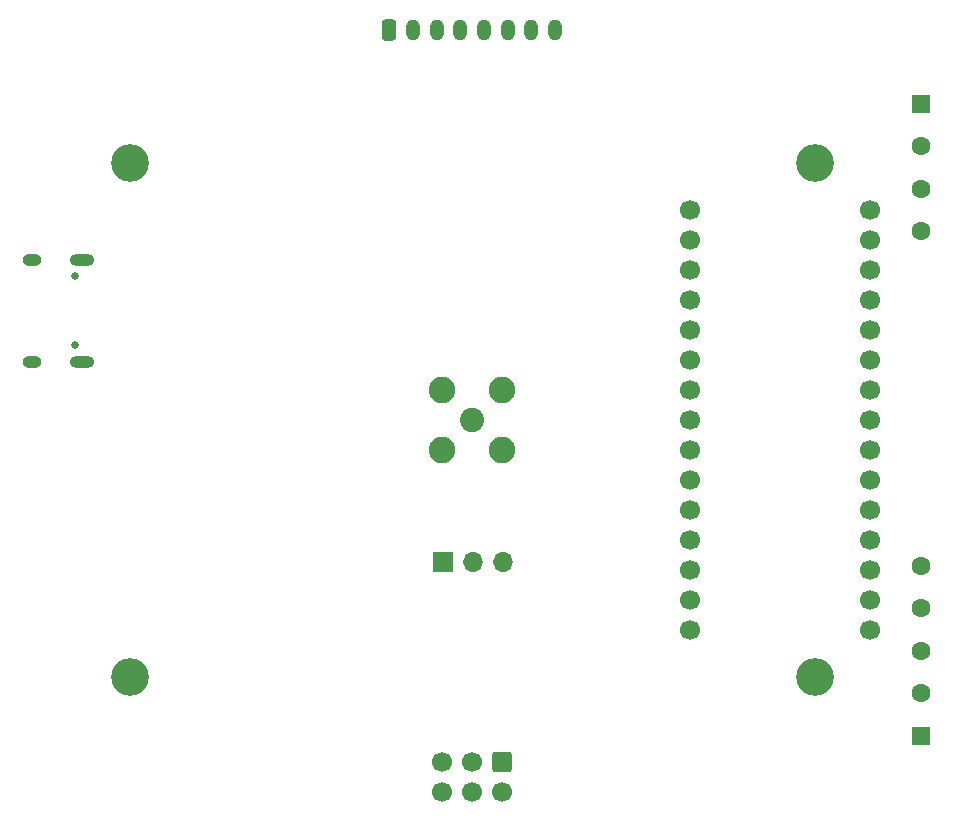
<source format=gbr>
%TF.GenerationSoftware,KiCad,Pcbnew,5.99.0-unknown-36d11f745e~142~ubuntu20.04.1*%
%TF.CreationDate,2021-10-28T09:57:53+02:00*%
%TF.ProjectId,Main_PCB_2,4d61696e-5f50-4434-925f-322e6b696361,rev?*%
%TF.SameCoordinates,Original*%
%TF.FileFunction,Soldermask,Bot*%
%TF.FilePolarity,Negative*%
%FSLAX46Y46*%
G04 Gerber Fmt 4.6, Leading zero omitted, Abs format (unit mm)*
G04 Created by KiCad (PCBNEW 5.99.0-unknown-36d11f745e~142~ubuntu20.04.1) date 2021-10-28 09:57:53*
%MOMM*%
%LPD*%
G01*
G04 APERTURE LIST*
G04 Aperture macros list*
%AMRoundRect*
0 Rectangle with rounded corners*
0 $1 Rounding radius*
0 $2 $3 $4 $5 $6 $7 $8 $9 X,Y pos of 4 corners*
0 Add a 4 corners polygon primitive as box body*
4,1,4,$2,$3,$4,$5,$6,$7,$8,$9,$2,$3,0*
0 Add four circle primitives for the rounded corners*
1,1,$1+$1,$2,$3*
1,1,$1+$1,$4,$5*
1,1,$1+$1,$6,$7*
1,1,$1+$1,$8,$9*
0 Add four rect primitives between the rounded corners*
20,1,$1+$1,$2,$3,$4,$5,0*
20,1,$1+$1,$4,$5,$6,$7,0*
20,1,$1+$1,$6,$7,$8,$9,0*
20,1,$1+$1,$8,$9,$2,$3,0*%
G04 Aperture macros list end*
%ADD10RoundRect,0.250000X-0.600000X0.600000X-0.600000X-0.600000X0.600000X-0.600000X0.600000X0.600000X0*%
%ADD11C,1.700000*%
%ADD12C,0.650000*%
%ADD13O,1.600000X1.000000*%
%ADD14O,2.100000X1.000000*%
%ADD15RoundRect,0.250000X-0.550000X0.550000X-0.550000X-0.550000X0.550000X-0.550000X0.550000X0.550000X0*%
%ADD16C,1.600000*%
%ADD17C,3.200000*%
%ADD18R,1.700000X1.700000*%
%ADD19O,1.700000X1.700000*%
%ADD20RoundRect,0.250000X0.550000X-0.550000X0.550000X0.550000X-0.550000X0.550000X-0.550000X-0.550000X0*%
%ADD21RoundRect,0.250000X-0.350000X-0.650000X0.350000X-0.650000X0.350000X0.650000X-0.350000X0.650000X0*%
%ADD22O,1.200000X1.800000*%
%ADD23C,2.050000*%
%ADD24C,2.250000*%
G04 APERTURE END LIST*
D10*
%TO.C,J2*%
X111500000Y-127000000D03*
D11*
X111500000Y-129540000D03*
X108960000Y-127000000D03*
X108960000Y-129540000D03*
X106420000Y-127000000D03*
X106420000Y-129540000D03*
%TD*%
D12*
%TO.C,J3*%
X75400000Y-91640000D03*
X75400000Y-85860000D03*
D13*
X71750000Y-84430000D03*
D14*
X75930000Y-84430000D03*
X75930000Y-93070000D03*
D13*
X71750000Y-93070000D03*
%TD*%
D11*
%TO.C,U6*%
X127450000Y-80220000D03*
X127450000Y-82760000D03*
X127450000Y-85300000D03*
X127450000Y-87840000D03*
X127450000Y-90380000D03*
X127450000Y-92920000D03*
X127450000Y-95460000D03*
X127450000Y-98000000D03*
X127450000Y-100540000D03*
X127450000Y-103080000D03*
X127450000Y-105620000D03*
X127450000Y-108160000D03*
X127450000Y-110700000D03*
X127450000Y-113240000D03*
X127450000Y-115780000D03*
X142690000Y-115780000D03*
X142690000Y-113240000D03*
X142690000Y-110700000D03*
X142690000Y-108160000D03*
X142690000Y-105620000D03*
X142690000Y-103080000D03*
X142690000Y-100540000D03*
X142690000Y-98000000D03*
X142690000Y-95460000D03*
X142690000Y-92920000D03*
X142690000Y-90380000D03*
X142690000Y-87840000D03*
X142690000Y-85300000D03*
X142690000Y-82760000D03*
X142690000Y-80220000D03*
%TD*%
D15*
%TO.C,REF\u002A\u002A*%
X147000000Y-71250000D03*
D16*
X147000000Y-74850000D03*
X147000000Y-78450000D03*
X147000000Y-82050000D03*
%TD*%
D17*
%TO.C,REF2*%
X80000000Y-119750000D03*
%TD*%
D18*
%TO.C,J4*%
X106500000Y-110000000D03*
D19*
X109040000Y-110000000D03*
X111580000Y-110000000D03*
%TD*%
D17*
%TO.C,REF4*%
X138000000Y-119750000D03*
%TD*%
D20*
%TO.C,REF\u002A\u002A*%
X147000000Y-124750000D03*
D16*
X147000000Y-121150000D03*
X147000000Y-117550000D03*
X147000000Y-113950000D03*
X147000000Y-110350000D03*
%TD*%
D17*
%TO.C,REF1*%
X80000000Y-76250000D03*
%TD*%
%TO.C,REF3*%
X138000000Y-76250000D03*
%TD*%
D21*
%TO.C,J5*%
X102000000Y-65000000D03*
D22*
X104000000Y-65000000D03*
X106000000Y-65000000D03*
X108000000Y-65000000D03*
X110000000Y-65000000D03*
X112000000Y-65000000D03*
X114000000Y-65000000D03*
X116000000Y-65000000D03*
%TD*%
D23*
%TO.C,J1*%
X109000000Y-98000000D03*
D24*
X106460000Y-100540000D03*
X111540000Y-95460000D03*
X106460000Y-95460000D03*
X111540000Y-100540000D03*
%TD*%
M02*

</source>
